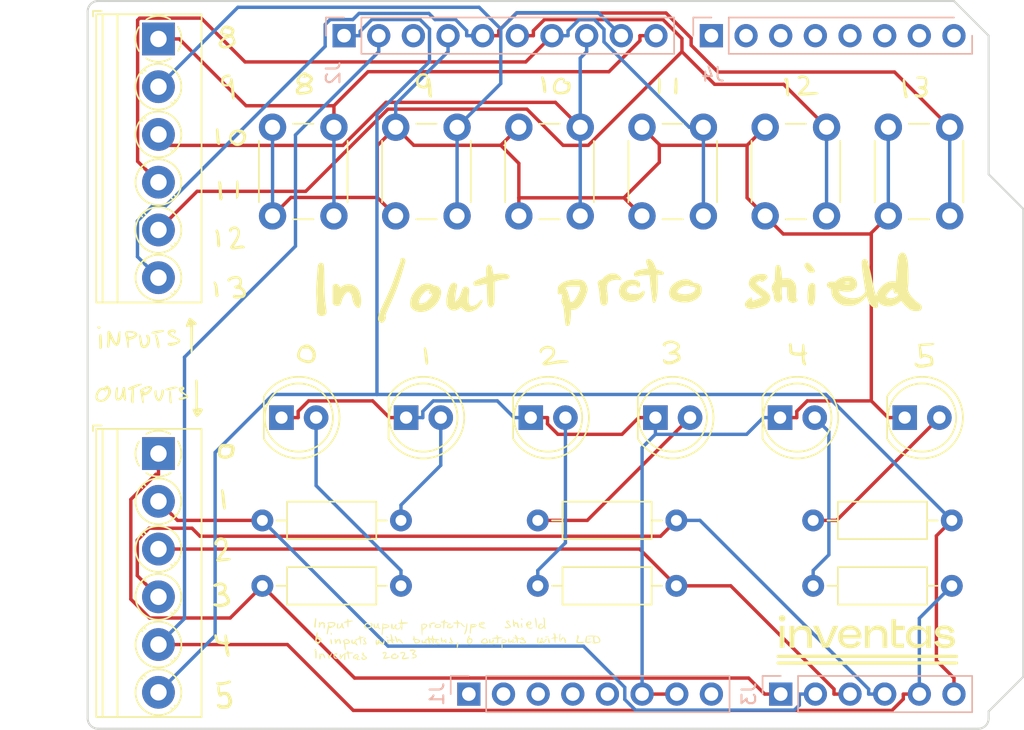
<source format=kicad_pcb>
(kicad_pcb (version 20221018) (generator pcbnew)
  (title_block (date "mar. 31 mars 2015"))
  (layers (0 "F.Cu" signal) (31 "B.Cu" signal) (34 "B.Paste" user) (35 "F.Paste" user) (36 "B.SilkS" user "B.Silkscreen") (37 "F.SilkS" user "F.Silkscreen") (38 "B.Mask" user) (39 "F.Mask" user) (44 "Edge.Cuts" user))
  (net 0 "")
  (net 1 "GND")
  (net 2 "+5V")
  (net 3 "/IOREF")
  (net 4 "/AREF")
  (net 5 "/7")
  (net 6 "/4")
  (net 7 "/2")
  (net 8 "/*6")
  (net 9 "/*5")
  (net 10 "/TX{slash}1")
  (net 11 "/*3")
  (net 12 "/RX{slash}0")
  (net 13 "+3V3")
  (net 14 "VCC")
  (net 15 "/~{RESET}")
  (net 16 "A0")
  (net 17 "Net-(D1-A)")
  (net 19 "A5")
  (net 20 "A4")
  (net 21 "A3")
  (net 22 "A2")
  (net 23 "A1")
  (net 24 "Net-(D2-A)")
  (net 25 "Net-(D3-A)")
  (net 26 "Net-(D4-A)")
  (net 27 "Net-(D5-A)")
  (net 28 "Net-(D6-A)")
  (net 29 "TD13")
  (net 30 "TD12")
  (net 31 "TD11")
  (net 32 "TD10")
  (net 33 "TD9")
  (net 34 "TD8")
  (footprint "Button_Switch_THT:SW_PUSH_6mm" (layer "F.Cu") (at 113.552 62.41 90)
    (fp_text reference "SW8" hide)
    (fp_text value "SW_Push")
    (pad "1" thru_hole circle (at 0 0 180) (size 2 2) (drill 1.1) (layers "*.Cu" "*.Mask") (net 1 "GND"))
    (pad "1" thru_hole circle (at 6.5 0 180) (size 2 2) (drill 1.1) (layers "*.Cu" "*.Mask") (net 1 "GND"))
    (pad "2" thru_hole circle (at 0 4.5 180) (size 2 2) (drill 1.1) (layers "*.Cu" "*.Mask") (net 34 "TD8"))
    (pad "2" thru_hole circle (at 6.5 4.5 180) (size 2 2) (drill 1.1) (layers "*.Cu" "*.Mask") (net 34 "TD8"))
  )
  (footprint "Button_Switch_THT:SW_PUSH_6mm" (layer "F.Cu") (at 140.633 62.41 90)
    (fp_text reference "SW11" hide)
    (fp_text value "SW_Push")
    (pad "1" thru_hole circle (at 0 0 180) (size 2 2) (drill 1.1) (layers "*.Cu" "*.Mask") (net 1 "GND"))
    (pad "1" thru_hole circle (at 6.5 0 180) (size 2 2) (drill 1.1) (layers "*.Cu" "*.Mask") (net 1 "GND"))
    (pad "2" thru_hole circle (at 0 4.5 180) (size 2 2) (drill 1.1) (layers "*.Cu" "*.Mask") (net 31 "TD11"))
    (pad "2" thru_hole circle (at 6.5 4.5 180) (size 2 2) (drill 1.1) (layers "*.Cu" "*.Mask") (net 31 "TD11"))
  )
  (footprint "Button_Switch_THT:SW_PUSH_6mm" (layer "F.Cu") (at 158.687 62.41 90)
    (fp_text reference "SW13" hide)
    (fp_text value "SW_Push")
    (pad "1" thru_hole circle (at 0 0 180) (size 2 2) (drill 1.1) (layers "*.Cu" "*.Mask") (net 1 "GND"))
    (pad "1" thru_hole circle (at 6.5 0 180) (size 2 2) (drill 1.1) (layers "*.Cu" "*.Mask") (net 1 "GND"))
    (pad "2" thru_hole circle (at 0 4.5 180) (size 2 2) (drill 1.1) (layers "*.Cu" "*.Mask") (net 29 "TD13"))
    (pad "2" thru_hole circle (at 6.5 4.5 180) (size 2 2) (drill 1.1) (layers "*.Cu" "*.Mask") (net 29 "TD13"))
  )
  (footprint "Resistor_THT:R_Axial_DIN0207_L6.3mm_D2.5mm_P10.16mm_Horizontal" (layer "F.Cu") (at 112.805 89.525)
    (fp_text reference "R1" hide)
    (fp_text value "R")
    (pad "1" thru_hole circle (at 0 0) (size 1.6 1.6) (drill 0.8) (layers "*.Cu" "*.Mask") (net 16 "A0"))
    (pad "2" thru_hole oval (at 10.16 0) (size 1.6 1.6) (drill 0.8) (layers "*.Cu" "*.Mask") (net 17 "Net-(D1-A)"))
  )
  (footprint "LED_THT:LED_D5.0mm" (layer "F.Cu") (at 159.89 77.195)
    (fp_text reference "D6" hide)
    (fp_text value "LED")
    (pad "1" thru_hole rect (at 0 0) (size 1.8 1.8) (drill 0.9) (layers "*.Cu" "*.Mask") (net 1 "GND"))
    (pad "2" thru_hole circle (at 2.54 0) (size 1.8 1.8) (drill 0.9) (layers "*.Cu" "*.Mask") (net 28 "Net-(D6-A)"))
  )
  (footprint "Button_Switch_THT:SW_PUSH_6mm" (layer "F.Cu") (at 131.606 62.41 90)
    (fp_text reference "SW10" hide)
    (fp_text value "SW_Push")
    (pad "1" thru_hole circle (at 0 0 180) (size 2 2) (drill 1.1) (layers "*.Cu" "*.Mask") (net 1 "GND"))
    (pad "1" thru_hole circle (at 6.5 0 180) (size 2 2) (drill 1.1) (layers "*.Cu" "*.Mask") (net 1 "GND"))
    (pad "2" thru_hole circle (at 0 4.5 180) (size 2 2) (drill 1.1) (layers "*.Cu" "*.Mask") (net 32 "TD10"))
    (pad "2" thru_hole circle (at 6.5 4.5 180) (size 2 2) (drill 1.1) (layers "*.Cu" "*.Mask") (net 32 "TD10"))
  )
  (footprint "Resistor_THT:R_Axial_DIN0207_L6.3mm_D2.5mm_P10.16mm_Horizontal" (layer "F.Cu") (at 143.1525 84.73 180)
    (fp_text reference "R4" hide)
    (fp_text value "R")
    (pad "1" thru_hole circle (at 0 0 180) (size 1.6 1.6) (drill 0.8) (layers "*.Cu" "*.Mask") (net 21 "A3"))
    (pad "2" thru_hole oval (at 10.16 0 180) (size 1.6 1.6) (drill 0.8) (layers "*.Cu" "*.Mask") (net 26 "Net-(D4-A)"))
  )
  (footprint "LED_THT:LED_D5.0mm" (layer "F.Cu") (at 123.342 77.195)
    (fp_text reference "D2" hide)
    (fp_text value "LED")
    (pad "1" thru_hole rect (at 0 0) (size 1.8 1.8) (drill 0.9) (layers "*.Cu" "*.Mask") (net 1 "GND"))
    (pad "2" thru_hole circle (at 2.54 0) (size 1.8 1.8) (drill 0.9) (layers "*.Cu" "*.Mask") (net 24 "Net-(D2-A)"))
  )
  (footprint "LED_THT:LED_D5.0mm" (layer "F.Cu") (at 132.479 77.195)
    (fp_text reference "D3" hide)
    (fp_text value "LED")
    (pad "1" thru_hole rect (at 0 0) (size 1.8 1.8) (drill 0.9) (layers "*.Cu" "*.Mask") (net 1 "GND"))
    (pad "2" thru_hole circle (at 2.54 0) (size 1.8 1.8) (drill 0.9) (layers "*.Cu" "*.Mask") (net 25 "Net-(D3-A)"))
  )
  (footprint "LOGO" (layer "F.Cu") (at 157.277 93.726)
    (fp_text reference "G002" hide)
    (fp_text value "LOGO" hide)
  )
  (footprint "Resistor_THT:R_Axial_DIN0207_L6.3mm_D2.5mm_P10.16mm_Horizontal" (layer "F.Cu") (at 143.1525 89.525 180)
    (fp_text reference "R3" hide)
    (fp_text value "R")
    (pad "1" thru_hole circle (at 0 0 180) (size 1.6 1.6) (drill 0.8) (layers "*.Cu" "*.Mask") (net 22 "A2"))
    (pad "2" thru_hole oval (at 10.16 0 180) (size 1.6 1.6) (drill 0.8) (layers "*.Cu" "*.Mask") (net 25 "Net-(D3-A)"))
  )
  (footprint "Resistor_THT:R_Axial_DIN0207_L6.3mm_D2.5mm_P10.16mm_Horizontal" (layer "F.Cu") (at 163.34 89.525 180)
    (fp_text reference "R5" hide)
    (fp_text value "R")
    (pad "1" thru_hole circle (at 0 0 180) (size 1.6 1.6) (drill 0.8) (layers "*.Cu" "*.Mask") (net 20 "A4"))
    (pad "2" thru_hole oval (at 10.16 0 180) (size 1.6 1.6) (drill 0.8) (layers "*.Cu" "*.Mask") (net 27 "Net-(D5-A)"))
  )
  (footprint "Arduino_MountingHole:MountingHole_3.2mm" (layer "F.Cu") (at 115.24 49.2)
    (fp_text reference "MH1" hide)
    (fp_text value "MountingHole_3.2mm" hide)
    (pad "" np_thru_hole circle locked (at 0 0) (size 3.2 3.2) (drill 3.2) (layers "*.Cu" "*.Mask"))
  )
  (footprint "Button_Switch_THT:SW_PUSH_6mm" (layer "F.Cu") (at 122.579 62.41 90)
    (fp_text reference "SW9" hide)
    (fp_text value "SW_Push")
    (pad "1" thru_hole circle (at 0 0 180) (size 2 2) (drill 1.1) (layers "*.Cu" "*.Mask") (net 1 "GND"))
    (pad "1" thru_hole circle (at 6.5 0 180) (size 2 2) (drill 1.1) (layers "*.Cu" "*.Mask") (net 1 "GND"))
    (pad "2" thru_hole circle (at 0 4.5 180) (size 2 2) (drill 1.1) (layers "*.Cu" "*.Mask") (net 33 "TD9"))
    (pad "2" thru_hole circle (at 6.5 4.5 180) (size 2 2) (drill 1.1) (layers "*.Cu" "*.Mask") (net 33 "TD9"))
  )
  (footprint "LED_THT:LED_D5.0mm" (layer "F.Cu") (at 114.205 77.195)
    (fp_text reference "D1" hide)
    (fp_text value "LED")
    (pad "1" thru_hole rect (at 0 0) (size 1.8 1.8) (drill 0.9) (layers "*.Cu" "*.Mask") (net 1 "GND"))
    (pad "2" thru_hole circle (at 2.54 0) (size 1.8 1.8) (drill 0.9) (layers "*.Cu" "*.Mask") (net 17 "Net-(D1-A)"))
  )
  (footprint "LOGO" (layer "F.Cu") (at 130.48 73.66)
    (fp_text reference "G001" hide)
    (fp_text value "LOGO" hide)
  )
  (footprint "Resistor_THT:R_Axial_DIN0207_L6.3mm_D2.5mm_P10.16mm_Horizontal" (layer "F.Cu") (at 163.34 84.73 180)
    (fp_text reference "R6" hide)
    (fp_text value "R")
    (pad "1" thru_hole circle (at 0 0 180) (size 1.6 1.6) (drill 0.8) (layers "*.Cu" "*.Mask") (net 19 "A5"))
    (pad "2" thru_hole oval (at 10.16 0 180) (size 1.6 1.6) (drill 0.8) (layers "*.Cu" "*.Mask") (net 28 "Net-(D6-A)"))
  )
  (footprint "Button_Switch_THT:SW_PUSH_6mm" (layer "F.Cu") (at 149.66 62.41 90)
    (fp_text reference "SW12" hide)
    (fp_text value "SW_Push")
    (pad "1" thru_hole circle (at 0 0 180) (size 2 2) (drill 1.1) (layers "*.Cu" "*.Mask") (net 1 "GND"))
    (pad "1" thru_hole circle (at 6.5 0 180) (size 2 2) (drill 1.1) (layers "*.Cu" "*.Mask") (net 1 "GND"))
    (pad "2" thru_hole circle (at 0 4.5 180) (size 2 2) (drill 1.1) (layers "*.Cu" "*.Mask") (net 30 "TD12"))
    (pad "2" thru_hole circle (at 6.5 4.5 180) (size 2 2) (drill 1.1) (layers "*.Cu" "*.Mask") (net 30 "TD12"))
  )
  (footprint "TerminalBlock_Phoenix:TerminalBlock_Phoenix_PT-1,5-6-3.5-H_1x06_P3.50mm_Horizontal" (layer "F.Cu") (at 105.19 49.44 -90)
    (fp_text reference "J6" hide)
    (fp_text value "Screw_Terminal_01x06")
    (pad "1" thru_hole rect (at 0 0 270) (size 2.4 2.4) (drill 1.2) (layers "*.Cu" "*.Mask") (net 34 "TD8"))
    (pad "2" thru_hole circle (at 3.5 0 270) (size 2.4 2.4) (drill 1.2) (layers "*.Cu" "*.Mask") (net 33 "TD9"))
    (pad "3" thru_hole circle (at 7 0 270) (size 2.4 2.4) (drill 1.2) (layers "*.Cu" "*.Mask") (net 32 "TD10"))
    (pad "4" thru_hole circle (at 10.5 0 270) (size 2.4 2.4) (drill 1.2) (layers "*.Cu" "*.Mask") (net 31 "TD11"))
    (pad "5" thru_hole circle (at 14 0 270) (size 2.4 2.4) (drill 1.2) (layers "*.Cu" "*.Mask") (net 30 "TD12"))
    (pad "6" thru_hole circle (at 17.5 0 270) (size 2.4 2.4) (drill 1.2) (layers "*.Cu" "*.Mask") (net 29 "TD13"))
  )
  (footprint "Resistor_THT:R_Axial_DIN0207_L6.3mm_D2.5mm_P10.16mm_Horizontal" (layer "F.Cu") (at 112.805 84.73)
    (fp_text reference "R2" hide)
    (fp_text value "R")
    (pad "1" thru_hole circle (at 0 0) (size 1.6 1.6) (drill 0.8) (layers "*.Cu" "*.Mask") (net 23 "A1"))
    (pad "2" thru_hole oval (at 10.16 0) (size 1.6 1.6) (drill 0.8) (layers "*.Cu" "*.Mask") (net 24 "Net-(D2-A)"))
  )
  (footprint "TerminalBlock_Phoenix:TerminalBlock_Phoenix_PT-1,5-6-3.5-H_1x06_P3.50mm_Horizontal" (layer "F.Cu") (at 105.19 79.83 -90)
    (fp_text reference "J5" hide)
    (fp_text value "Screw_Terminal_01x06")
    (pad "1" thru_hole rect (at 0 0 270) (size 2.4 2.4) (drill 1.2) (layers "*.Cu" "*.Mask") (net 16 "A0"))
    (pad "2" thru_hole circle (at 3.5 0 270) (size 2.4 2.4) (drill 1.2) (layers "*.Cu" "*.Mask") (net 23 "A1"))
    (pad "3" thru_hole circle (at 7 0 270) (size 2.4 2.4) (drill 1.2) (layers "*.Cu" "*.Mask") (net 22 "A2"))
    (pad "4" thru_hole circle (at 10.5 0 270) (size 2.4 2.4) (drill 1.2) (layers "*.Cu" "*.Mask") (net 21 "A3"))
    (pad "5" thru_hole circle (at 14 0 270) (size 2.4 2.4) (drill 1.2) (layers "*.Cu" "*.Mask") (net 20 "A4"))
    (pad "6" thru_hole circle (at 17.5 0 270) (size 2.4 2.4) (drill 1.2) (layers "*.Cu" "*.Mask") (net 19 "A5"))
  )
  (footprint "LED_THT:LED_D5.0mm" (layer "F.Cu") (at 141.616 77.195)
    (fp_text reference "D4" hide)
    (fp_text value "LED")
    (pad "1" thru_hole rect (at 0 0) (size 1.8 1.8) (drill 0.9) (layers "*.Cu" "*.Mask") (net 1 "GND"))
    (pad "2" thru_hole circle (at 2.54 0) (size 1.8 1.8) (drill 0.9) (layers "*.Cu" "*.Mask") (net 26 "Net-(D4-A)"))
  )
  (footprint "Arduino_MountingHole:MountingHole_3.2mm" (layer "F.Cu") (at 113.97 97.46)
    (fp_text reference "MH2" hide)
    (fp_text value "MountingHole_3.2mm" hide)
    (pad "" np_thru_hole circle locked (at 0 0) (size 3.2 3.2) (drill 3.2) (layers "*.Cu" "*.Mask"))
  )
  (footprint "Arduino_MountingHole:MountingHole_3.2mm" (layer "F.Cu") (at 166.04 92.38)
    (fp_text reference "MH4" hide)
    (fp_text value "MountingHole_3.2mm" hide)
    (pad "" np_thru_hole circle locked (at 0 0) (size 3.2 3.2) (drill 3.2) (layers "*.Cu" "*.Mask"))
  )
  (footprint "LED_THT:LED_D5.0mm" (layer "F.Cu") (at 150.753 77.195)
    (fp_text reference "D5" hide)
    (fp_text value "LED")
    (pad "1" thru_hole rect (at 0 0) (size 1.8 1.8) (drill 0.9) (layers "*.Cu" "*.Mask") (net 1 "GND"))
    (pad "2" thru_hole circle (at 2.54 0) (size 1.8 1.8) (drill 0.9) (layers "*.Cu" "*.Mask") (net 27 "Net-(D5-A)"))
  )
  (footprint "Connector_PinHeader_2.54mm:PinHeader_1x06_P2.54mm_Vertical" (layer "B.Cu") (at 150.8 97.46 -90)
    (fp_text reference "J3" (at 0 2.33 90) (layer "B.SilkS") (effects (justify mirror)))
    (fp_text value "Analog")
    (pad "1" thru_hole rect locked (at 0 0 270) (size 1.7 1.7) (drill 1) (layers "*.Cu" "*.Mask") (net 16 "A0"))
    (pad "2" thru_hole oval locked (at 0 -2.54 270) (size 1.7 1.7) (drill 1) (layers "*.Cu" "*.Mask") (net 23 "A1"))
    (pad "3" thru_hole oval locked (at 0 -5.08 270) (size 1.7 1.7) (drill 1) (layers "*.Cu" "*.Mask") (net 22 "A2"))
    (pad "4" thru_hole oval locked (at 0 -7.62 270) (size 1.7 1.7) (drill 1) (layers "*.Cu" "*.Mask") (net 21 "A3"))
    (pad "5" thru_hole oval locked (at 0 -10.16 270) (size 1.7 1.7) (drill 1) (layers "*.Cu" "*.Mask") (net 20 "A4"))
    (pad "6" thru_hole oval locked (at 0 -12.7 270) (size 1.7 1.7) (drill 1) (layers "*.Cu" "*.Mask") (net 19 "A5"))
  )
  (footprint "Connector_PinHeader_2.54mm:PinHeader_1x10_P2.54mm_Vertical" (layer "B.Cu") (at 118.796 49.2 -90)
    (fp_text reference "J2" (at 2.74 0.796 90) (layer "B.SilkS") (effects (justify mirror)))
    (fp_text value "Digital/PWM")
    (pad "1" thru_hole rect (at 0 0 270) (size 1.7 1.7) (drill 1) (layers "*.Cu" "*.Mask") (net 19 "A5"))
    (pad "2" thru_hole oval (at 0 -2.54 270) (size 1.7 1.7) (drill 1) (layers "*.Cu" "*.Mask") (net 20 "A4"))
    (pad "3" thru_hole oval (at 0 -5.08 270) (size 1.7 1.7) (drill 1) (layers "*.Cu" "*.Mask") (net 4 "/AREF"))
    (pad "4" thru_hole oval (at 0 -7.62 270) (size 1.7 1.7) (drill 1) (layers "*.Cu" "*.Mask") (net 1 "GND"))
    (pad "5" thru_hole oval (at 0 -10.16 270) (size 1.7 1.7) (drill 1) (layers "*.Cu" "*.Mask") (net 29 "TD13"))
    (pad "6" thru_hole oval (at 0 -12.7 270) (size 1.7 1.7) (drill 1) (layers "*.Cu" "*.Mask") (net 30 "TD12"))
    (pad "7" thru_hole oval (at 0 -15.24 270) (size 1.7 1.7) (drill 1) (layers "*.Cu" "*.Mask") (net 31 "TD11"))
    (pad "8" thru_hole oval (at 0 -17.78 270) (size 1.7 1.7) (drill 1) (layers "*.Cu" "*.Mask") (net 32 "TD10"))
    (pad "9" thru_hole oval (at 0 -20.32 270) (size 1.7 1.7) (drill 1) (layers "*.Cu" "*.Mask") (net 33 "TD9"))
    (pad "10" thru_hole oval (at 0 -22.86 270) (size 1.7 1.7) (drill 1) (layers "*.Cu" "*.Mask") (net 34 "TD8"))
  )
  (footprint "Connector_PinHeader_2.54mm:PinHeader_1x08_P2.54mm_Vertical" (layer "B.Cu") (at 145.72 49.2 -90)
    (fp_text reference "J4" (at 2.84 -0.12 180) (layer "B.SilkS") (effects (justify mirror)))
    (fp_text value "Digital/PWM")
    (pad "1" thru_hole rect (at 0 0 270) (size 1.7 1.7) (drill 1) (layers "*.Cu" "*.Mask") (net 5 "/7"))
    (pad "2" thru_hole oval (at 0 -2.54 270) (size 1.7 1.7) (drill 1) (layers "*.Cu" "*.Mask") (net 8 "/*6"))
    (pad "3" thru_hole oval (at 0 -5.08 270) (size 1.7 1.7) (drill 1) (layers "*.Cu" "*.Mask") (net 9 "/*5"))
    (pad "4" thru_hole oval (at 0 -7.62 270) (size 1.7 1.7) (drill 1) (layers "*.Cu" "*.Mask") (net 6 "/4"))
    (pad "5" thru_hole oval (at 0 -10.16 270) (size 1.7 1.7) (drill 1) (layers "*.Cu" "*.Mask") (net 11 "/*3"))
    (pad "6" thru_hole oval (at 0 -12.7 270) (size 1.7 1.7) (drill 1) (layers "*.Cu" "*.Mask") (net 7 "/2"))
    (pad "7" thru_hole oval (at 0 -15.24 270) (size 1.7 1.7) (drill 1) (layers "*.Cu" "*.Mask") (net 10 "/TX{slash}1"))
    (pad "8" thru_hole oval (at 0 -17.78 270) (size 1.7 1.7) (drill 1) (layers "*.Cu" "*.Mask") (net 12 "/RX{slash}0"))
  )
  (footprint "Connector_PinHeader_2.54mm:PinHeader_1x08_P2.54mm_Vertical" (layer "B.Cu") (at 127.94 97.46 -90)
    (fp_text reference "J1" (at 0 2.33 90) (layer "B.SilkS") (effects (justify mirror)))
    (fp_text value "Power")
    (pad "1" thru_hole rect (at 0 0 270) (size 1.7 1.7) (drill 1) (layers "*.Cu" "*.Mask"))
    (pad "2" thru_hole oval (at 0 -2.54 270) (size 1.7 1.7) (drill 1) (layers "*.Cu" "*.Mask") (net 3 "/IOREF"))
    (pad "3" thru_hole oval (at 0 -5.08 270) (size 1.7 1.7) (drill 1) (layers "*.Cu" "*.Mask") (net 15 "/~{RESET}"))
    (pad "4" thru_hole oval (at 0 -7.62 270) (size 1.7 1.7) (drill 1) (layers "*.Cu" "*.Mask") (net 13 "+3V3"))
    (pad "5" thru_hole oval (at 0 -10.16 270) (size 1.7 1.7) (drill 1) (layers "*.Cu" "*.Mask") (net 2 "+5V"))
    (pad "6" thru_hole oval (at 0 -12.7 270) (size 1.7 1.7) (drill 1) (layers "*.Cu" "*.Mask") (net 1 "GND"))
    (pad "7" thru_hole oval (at 0 -15.24 270) (size 1.7 1.7) (drill 1) (layers "*.Cu" "*.Mask") (net 1 "GND"))
    (pad "8" thru_hole oval (at 0 -17.78 270) (size 1.7 1.7) (drill 1) (layers "*.Cu" "*.Mask") (net 14 "VCC"))
  )
  (gr_line (start 166.04 59.36) (end 168.58 61.9) (stroke (width 0.15)) (layer "Edge.Cuts"))
  (gr_line (start 100 99.238) (end 100 47.422) (stroke (width 0.15)) (layer "Edge.Cuts"))
  (gr_line (start 168.58 61.9) (end 168.58 96.19) (stroke (width 0.15)) (layer "Edge.Cuts"))
  (gr_line (start 165.278 100) (end 100.762 100) (stroke (width 0.15)) (layer "Edge.Cuts"))
  (gr_line (start 100.762 46.66) (end 163.5 46.66) (stroke (width 0.15)) (layer "Edge.Cuts"))
  (gr_arc (start 100.762 100) (mid 100.223185 99.776815) (end 100 99.238) (stroke (width 0.15)) (layer "Edge.Cuts"))
  (gr_line (start 168.58 96.19) (end 166.04 98.73) (stroke (width 0.15)) (layer "Edge.Cuts"))
  (gr_line (start 163.5 46.66) (end 166.04 49.2) (stroke (width 0.15)) (layer "Edge.Cuts"))
  (gr_arc (start 166.04 99.238) (mid 165.816815 99.776815) (end 165.278 100) (stroke (width 0.15)) (layer "Edge.Cuts"))
  (gr_line (start 166.04 49.2) (end 166.04 59.36) (stroke (width 0.15)) (layer "Edge.Cuts"))
  (gr_line (start 166.04 98.73) (end 166.04 99.238) (stroke (width 0.15)) (layer "Edge.Cuts"))
  (gr_arc (start 100 47.422) (mid 100.223185 46.883185) (end 100.762 46.66) (stroke (width 0.15)) (layer "Edge.Cuts"))
  (segment (start 123.9042 57.2352) (end 122.579 55.91) (width 0.25) (layer "F.Cu") (net 1))
  (segment (start 140.3909 77.195) (end 139.1658 78.4201) (width 0.25) (layer "F.Cu") (net 1))
  (segment (start 116.1957 75.9699) (end 115.4301 76.7355) (width 0.25) (layer "F.Cu") (net 1))
  (segment (start 148.3348 57.2352) (end 149.66 55.91) (width 0.25) (layer "F.Cu") (net 1))
  (segment (start 141.9019 57.2352) (end 148.3348 57.2352) (width 0.25) (layer "F.Cu") (net 1))
  (segment (start 148.3348 61.0848) (end 149.66 62.41) (width 0.25) (layer "F.Cu") (net 1))
  (segment (start 120.8918 75.9699) (end 116.1957 75.9699) (width 0.25) (layer "F.Cu") (net 1))
  (segment (start 122.1169 77.195) (end 120.8918 75.9699) (width 0.25) (layer "F.Cu") (net 1))
  (segment (start 131.606 61.0848) (end 131.606 62.41) (width 0.25) (layer "F.Cu") (net 1))
  (segment (start 141.9019 57.2352) (end 141.9019 58.4907) (width 0.25) (layer "F.Cu") (net 1))
  (segment (start 130.2808 57.2352) (end 123.9042 57.2352) (width 0.25) (layer "F.Cu") (net 1))
  (segment (start 157.4398 63.7352) (end 157.4398 63.6572) (width 0.25) (layer "F.Cu") (net 1))
  (segment (start 123.342 77.195) (end 122.1169 77.195) (width 0.25) (layer "F.Cu") (net 1))
  (segment (start 140.633 55.91) (end 141.9019 57.1789) (width 0.25) (layer "F.Cu") (net 1))
  (segment (start 121.2279 61.0589) (end 114.9031 61.0589) (width 0.25) (layer "F.Cu") (net 1))
  (segment (start 140.633 62.41) (end 139.3078 61.0848) (width 0.25) (layer "F.Cu") (net 1))
  (segment (start 151.9781 77.195) (end 151.9781 76.7356) (width 0.25) (layer "F.Cu") (net 1))
  (segment (start 131.606 58.5604) (end 131.606 61.0848) (width 0.25) (layer "F.Cu") (net 1))
  (segment (start 151.9781 76.7356) (end 152.7438 75.9699) (width 0.25) (layer "F.Cu") (net 1))
  (segment (start 131.606 55.91) (end 130.2808 57.2352) (width 0.25) (layer "F.Cu") (net 1))
  (segment (start 157.4398 75.9699) (end 158.6649 77.195) (width 0.25) (layer "F.Cu") (net 1))
  (segment (start 139.1658 78.4201) (end 134.4697 78.4201) (width 0.25) (layer "F.Cu") (net 1))
  (segment (start 132.479 77.195) (end 133.7041 77.195) (width 0.25) (layer "F.Cu") (net 1))
  (segment (start 141.9019 57.1789) (end 141.9019 57.2352) (width 0.25) (layer "F.Cu") (net 1))
  (segment (start 149.66 62.41) (end 150.9852 63.7352) (width 0.25) (layer "F.Cu") (net 1))
  (segment (start 134.4697 78.4201) (end 133.7041 77.6545) (width 0.25) (layer "F.Cu") (net 1))
  (segment (start 114.205 77.195) (end 115.4301 77.195) (width 0.25) (layer "F.Cu") (net 1))
  (segment (start 122.579 55.91) (end 121.2279 57.2611) (width 0.25) (layer "F.Cu") (net 1))
  (segment (start 141.616 77.195) (end 140.3909 77.195) (width 0.25) (layer "F.Cu") (net 1))
  (segment (start 143.18 97.46) (end 140.64 97.46) (width 0.25) (layer "F.Cu") (net 1))
  (segment (start 157.4398 75.9699) (end 157.4398 63.7352) (width 0.25) (layer "F.Cu") (net 1))
  (segment (start 157.4398 63.6572) (end 158.687 62.41) (width 0.25) (layer "F.Cu") (net 1))
  (segment (start 130.2808 57.2352) (end 131.606 58.5604) (width 0.25) (layer "F.Cu") (net 1))
  (segment (start 150.9852 63.7352) (end 157.4398 63.7352) (width 0.25) (layer "F.Cu") (net 1))
  (segment (start 139.3078 61.0848) (end 131.606 61.0848) (width 0.25) (layer "F.Cu") (net 1))
  (segment (start 133.7041 77.6545) (end 133.7041 77.195) (width 0.25) (layer "F.Cu") (net 1))
  (segment (start 115.4301 76.7355) (end 115.4301 77.195) (width 0.25) (layer "F.Cu") (net 1))
  (segment (start 114.9031 61.0589) (end 113.552 62.41) (width 0.25) (layer "F.Cu") (net 1))
  (segment (start 152.7438 75.9699) (end 157.4398 75.9699) (width 0.25) (layer "F.Cu") (net 1))
  (segment (start 122.579 62.41) (end 121.2279 61.0589) (width 0.25) (layer "F.Cu") (net 1))
  (segment (start 121.2279 57.2611) (end 121.2279 61.0589) (width 0.25) (layer "F.Cu") (net 1))
  (segment (start 159.89 77.195) (end 158.6649 77.195) (width 0.25) (layer "F.Cu") (net 1))
  (segment (start 141.9019 58.4907) (end 139.3078 61.0848) (width 0.25) (layer "F.Cu") (net 1))
  (segment (start 148.3348 57.2352) (end 148.3348 61.0848) (width 0.25) (layer "F.Cu") (net 1))
  (segment (start 150.753 77.195) (end 151.9781 77.195) (width 0.25) (layer "F.Cu") (net 1))
  (segment (start 122.579 54.2121) (end 126.416 50.3751) (width 0.25) (layer "B.Cu") (net 1))
  (segment (start 130.0288 75.9699) (end 131.2539 77.195) (width 0.25) (layer "B.Cu") (net 1))
  (segment (start 148.3028 78.4201) (end 149.5279 77.195) (width 0.25) (layer "B.Cu") (net 1))
  (segment (start 113.552 55.91) (end 113.552 62.41) (width 0.25) (layer "B.Cu") (net 1))
  (segment (start 141.616 77.195) (end 141.616 78.4201) (width 0.25) (layer "B.Cu") (net 1))
  (segment (start 126.416 49.2) (end 126.416 50.3751) (width 0.25) (layer "B.Cu") (net 1))
  (segment (start 124.5671 77.195) (end 124.5671 76.7356) (width 0.25) (layer "B.Cu") (net 1))
  (segment (start 140.64 79.3961) (end 141.616 78.4201) (width 0.25) (layer "B.Cu") (net 1))
  (segment (start 140.64 97.46) (end 140.64 96.2849) (width 0.25) (layer "B.Cu") (net 1))
  (segment (start 122.579 55.91) (end 122.579 54.2121) (width 0.25) (layer "B.Cu") (net 1))
  (segment (start 141.616 78.4201) (end 148.3028 78.4201) (width 0.25) (layer "B.Cu") (net 1))
  (segment (start 125.3328 75.9699) (end 130.0288 75.9699) (width 0.25) (layer "B.Cu") (net 1))
  (segment (start 132.479 77.195) (end 131.2539 77.195) (width 0.25) (layer "B.Cu") (net 1))
  (segment (start 140.64 96.2849) (end 140.64 79.3961) (width 0.25) (layer "B.Cu") (net 1))
  (segment (start 158.687 55.91) (end 158.687 62.41) (width 0.25) (layer "B.Cu") (net 1))
  (segment (start 123.342 77.195) (end 124.5671 77.195) (width 0.25) (layer "B.Cu") (net 1))
  (segment (start 124.5671 76.7356) (end 125.3328 75.9699) (width 0.25) (layer "B.Cu") (net 1))
  (segment (start 150.753 77.195) (end 149.5279 77.195) (width 0.25) (layer "B.Cu") (net 1))
  (segment (start 150.8 97.46) (end 149.6249 97.46) (width 0.25) (layer "F.Cu") (net 16))
  (segment (start 103.1647 90.505) (end 104.5428 91.8831) (width 0.25) (layer "F.Cu") (net 16))
  (segment (start 105.19 81.3551) (end 104.9994 81.3551) (width 0.25) (layer "F.Cu") (net 16))
  (segment (start 148.4498 96.2849) (end 119.5649 96.2849) (width 0.25) (layer "F.Cu") (net 16))
  (segment (start 104.5428 91.8831) (end 110.4469 91.8831) (width 0.25) (layer "F.Cu") (net 16))
  (segment (start 104.9994 81.3551) (end 103.1647 83.1898) (width 0.25) (layer "F.Cu") (net 16))
  (segment (start 119.5649 96.2849) (end 112.805 89.525) (width 0.25) (layer "F.Cu") (net 16))
  (segment (start 105.19 79.83) (end 105.19 81.3551) (width 0.25) (layer "F.Cu") (net 16))
  (segment (start 149.6249 97.46) (end 148.4498 96.2849) (width 0.25) (layer "F.Cu") (net 16))
  (segment (start 103.1647 83.1898) (end 103.1647 90.505) (width 0.25) (layer "F.Cu") (net 16))
  (segment (start 110.4469 91.8831) (end 112.805 89.525) (width 0.25) (layer "F.Cu") (net 16))
  (segment (start 122.965 89.525) (end 122.965 88.3999) (width 0.25) (layer "B.Cu") (net 17))
  (segment (start 116.745 77.195) (end 116.745 82.1799) (width 0.25) (layer "B.Cu") (net 17))
  (segment (start 116.745 82.1799) (end 122.965 88.3999) (width 0.25) (layer "B.Cu") (net 17))
  (segment (start 162.2105 85.8595) (end 162.2105 94.9954) (width 0.25) (layer "F.Cu") (net 19))
  (segment (start 163.5 97.46) (end 163.5 96.2849) (width 0.25) (layer "F.Cu") (net 19))
  (segment (start 162.2105 94.9954) (end 163.5 96.2849) (width 0.25) (layer "F.Cu") (net 19))
  (segment (start 163.34 84.73) (end 162.2105 85.8595) (width 0.25) (layer "F.Cu") (net 19))
  (segment (start 120.8323 48.0198) (end 124.3638 48.0198) (width 0.25) (layer "B.Cu") (net 19))
  (segment (start 154.1091 75.4991) (end 163.34 84.73) (width 0.25) (layer "B.Cu") (net 19))
  (segment (start 125.0561 48.7121) (end 125.0561 51.0983) (width 0.25) (layer "B.Cu") (net 19))
  (segment (start 118.796 49.2) (end 119.9711 49.2) (width 0.25) (layer "B.Cu") (net 19))
  (segment (start 121.2044 54.95) (end 121.2044 75.4991) (width 0.25) (layer "B.Cu") (net 19))
  (segment (start 119.9711 49.2) (end 119.9711 48.881) (width 0.25) (layer "B.Cu") (net 19))
  (segment (start 124.3638 48.0198) (end 125.0561 48.7121) (width 0.25) (layer "B.Cu") (net 19))
  (segment (start 113.5938 75.4991) (end 121.2044 75.4991) (width 0.25) (layer "B.Cu") (net 19))
  (segment (start 109.3442 93.1758) (end 109.3442 79.7487) (width 0.25) (layer "B.Cu") (net 19))
  (segment (start 125.0561 51.0983) (end 121.2044 54.95) (width 0.25) (layer "B.Cu") (net 19))
  (segment (start 119.9711 48.881) (end 120.8323 48.0198) (width 0.25) (layer "B.Cu") (net 19))
  (segment (start 105.19 97.33) (end 109.3442 93.1758) (width 0.25) (layer "B.Cu") (net 19))
  (segment (start 109.3442 79.7487) (end 113.5938 75.4991) (width 0.25) (layer "B.Cu") (net 19))
  (segment (start 121.2044 75.4991) (end 154.1091 75.4991) (width 0.25) (layer "B.Cu") (net 19))
  (segment (start 160.96 97.46) (end 159.7849 97.46) (width 0.25) (layer "F.Cu") (net 20))
  (segment (start 159.7849 97.8252) (end 159.7849 97.46) (width 0.25) (layer "F.Cu") (net 20))
  (segment (start 119.4711 98.6567) (end 158.9534 98.6567) (width 0.25) (layer "F.Cu") (net 20))
  (segment (start 158.9534 98.6567) (end 159.7849 97.8252) (width 0.25) (layer "F.Cu") (net 20))
  (segment (start 114.6444 93.83) (end 119.4711 98.6567) (width 0.25) (layer "F.Cu") (net 20))
  (segment (start 105.19 93.83) (end 114.6444 93.83) (width 0.25) (layer "F.Cu") (net 20))
  (segment (start 107.0993 72.7634) (end 107.0993 91.9207) (width 0.25) (layer "B.Cu") (net 20))
  (segment (start 121.336 50.3751) (end 115.233 56.4781) (width 0.25) (layer "B.Cu") (net 20))
  (segment (start 160.96 97.46) (end 160.96 91.905) (width 0.25) (layer "B.Cu") (net 20))
  (segment (start 107.0993 91.9207) (end 105.19 93.83) (width 0.25) (layer "B.Cu") (net 20))
  (segment (start 121.336 49.2) (end 121.336 50.3751) (width 0.25) (layer "B.Cu") (net 20))
  (segment (start 115.233 56.4781) (end 115.233 64.6297) (width 0.25) (layer "B.Cu") (net 20))
  (segment (start 160.96 91.905) (end 163.34 89.525) (width 0.25) (layer "B.Cu") (net 20))
  (segment (start 115.233 64.6297) (end 107.0993 72.7634) (width 0.25) (layer "B.Cu") (net 20))
  (segment (start 108.2348 85.89) (end 141.9925 85.89) (width 0.25) (layer "F.Cu") (net 21))
  (segment (start 104.5113 85.3042) (end 107.649 85.3042) (width 0.25) (layer "F.Cu") (net 21))
  (segment (start 103.6384 86.1771) (end 104.5113 85.3042) (width 0.25) (layer "F.Cu") (net 21))
  (segment (start 141.9925 85.89) (end 143.1525 84.73) (width 0.25) (layer "F.Cu") (net 21))
  (segment (start 107.649 85.3042) (end 108.2348 85.89) (width 0.25) (layer "F.Cu") (net 21))
  (segment (start 105.19 90.33) (end 103.6384 88.7784) (width 0.25) (layer "F.Cu") (net 21))
  (segment (start 103.6384 88.7784) (end 103.6384 86.1771) (width 0.25) (layer "F.Cu") (net 21))
  (segment (start 157.2449 97.46) (end 157.2449 97.0928) (width 0.25) (layer "B.Cu") (net 21))
  (segment (start 144.8821 84.73) (end 143.1525 84.73) (width 0.25) (layer "B.Cu") (net 21))
  (segment (start 157.2449 97.0928) (end 144.8821 84.73) (width 0.25) (layer "B.Cu") (net 21))
  (segment (start 158.42 97.46) (end 157.2449 97.46) (width 0.25) (layer "B.Cu") (net 21))
  (segment (start 154.7049 97.0928) (end 147.1371 89.525) (width 0.25) (layer "F.Cu") (net 22))
  (segment (start 154.7049 97.46) (end 154.7049 97.0928) (width 0.25) (layer "F.Cu") (net 22))
  (segment (start 155.88 97.46) (end 154.7049 97.46) (width 0.25) (layer "F.Cu") (net 22))
  (segment (start 140.4575 86.83) (end 105.19 86.83) (width 0.25) (layer "F.Cu") (net 22))
  (segment (start 143.1525 89.525) (end 140.4575 86.83) (width 0.25) (layer "F.Cu") (net 22))
  (segment (start 147.1371 89.525) (end 143.1525 89.525) (width 0.25) (layer "F.Cu") (net 22))
  (segment (start 106.59 84.73) (end 105.19 83.33) (width 0.25) (layer "F.Cu") (net 23))
  (segment (start 112.805 84.73) (end 106.59 84.73) (width 0.25) (layer "F.Cu") (net 23))
  (segment (start 122.0198 93.9448) (end 112.805 84.73) (width 0.25) (layer "B.Cu") (net 23))
  (segment (start 139.37 96.9714) (end 136.3434 93.9448) (width 0.25) (layer "B.Cu") (net 23))
  (segment (start 153.34 97.46) (end 152.1649 97.46) (width 0.25) (layer "B.Cu") (net 23))
  (segment (start 139.37 97.8541) (end 139.37 96.9714) (width 0.25) (layer "B.Cu") (net 23))
  (segment (start 136.3434 93.9448) (end 122.0198 93.9448) (width 0.25) (layer "B.Cu") (net 23))
  (segment (start 151.7976 98.6352) (end 140.1511 98.6352) (width 0.25) (layer "B.Cu") (net 23))
  (segment (start 152.1649 97.46) (end 152.1649 98.2679) (width 0.25) (layer "B.Cu") (net 23))
  (segment (start 140.1511 98.6352) (end 139.37 97.8541) (width 0.25) (layer "B.Cu") (net 23))
  (segment (start 152.1649 98.2679) (end 151.7976 98.6352) (width 0.25) (layer "B.Cu") (net 23))
  (segment (start 125.882 80.6879) (end 122.965 83.6049) (width 0.25) (layer "B.Cu") (net 24))
  (segment (start 125.882 77.195) (end 125.882 80.6879) (width 0.25) (layer "B.Cu") (net 24))
  (segment (start 122.965 84.73) (end 122.965 83.6049) (width 0.25) (layer "B.Cu") (net 24))
  (segment (start 135.019 77.195) (end 135.019 86.3734) (width 0.25) (layer "B.Cu") (net 25))
  (segment (start 135.019 86.3734) (end 132.9925 88.3999) (width 0.25) (layer "B.Cu") (net 25))
  (segment (start 132.9925 89.525) (end 132.9925 88.3999) (width 0.25) (layer "B.Cu") (net 25))
  (segment (start 144.156 77.195) (end 136.621 84.73) (width 0.25) (layer "F.Cu") (net 26))
  (segment (start 136.621 84.73) (end 132.9925 84.73) (width 0.25) (layer "F.Cu") (net 26))
  (segment (start 154.3297 78.2317) (end 154.3297 87.2502) (width 0.25) (layer "B.Cu") (net 27))
  (segment (start 153.293 77.195) (end 154.3297 78.2317) (width 0.25) (layer "B.Cu") (net 27))
  (segment (start 154.3297 87.2502) (end 153.18 88.3999) (width 0.25) (layer "B.Cu") (net 27))
  (segment (start 153.18 89.525) (end 153.18 88.3999) (width 0.25) (layer "B.Cu") (net 27))
  (segment (start 154.895 84.73) (end 153.18 84.73) (width 0.25) (layer "F.Cu") (net 28))
  (segment (start 162.43 77.195) (end 154.895 84.73) (width 0.25) (layer "F.Cu") (net 28))
  (segment (start 128.956 49.2) (end 130.1311 49.2) (width 0.25) (layer "F.Cu") (net 29))
  (segment (start 146.2026 51.8654) (end 144.2352 49.898) (width 0.25) (layer "F.Cu") (net 29))
  (segment (start 130.1311 48.8326) (end 130.1311 49.2) (width 0.25) (layer "F.Cu") (net 29))
  (segment (start 144.2352 49.3798) (end 142.3943 47.5389) (width 0.25) (layer "F.Cu") (net 29))
  (segment (start 163.187 55.91) (end 159.1424 51.8654) (width 0.25) (layer "F.Cu") (net 29))
  (segment (start 144.2352 49.898) (end 144.2352 49.3798) (width 0.25) (layer "F.Cu") (net 29))
  (segment (start 159.1424 51.8654) (end 146.2026 51.8654) (width 0.25) (layer "F.Cu") (net 29))
  (segment (start 131.4248 47.5389) (end 130.1311 48.8326) (width 0.25) (layer "F.Cu") (net 29))
  (segment (start 142.3943 47.5389) (end 131.4248 47.5389) (width 0.25) (layer "F.Cu") (net 29))
  (segment (start 117.4092 49.9838) (end 105.703 61.69) (width 0.25) (layer "B.Cu") (net 29))
  (segment (start 119.8893 47.5697) (end 119.4392 48.0198) (width 0.25) (layer "B.Cu") (net 29))
  (segment (start 128.956 49.2) (end 127.7809 49.2) (width 0.25) (layer "B.Cu") (net 29))
  (segment (start 125.4628 48.0198) (end 125.0127 47.5697) (width 0.25) (layer "B.Cu") (net 29))
  (segment (start 103.6513 62.7814) (end 103.6513 65.4013) (width 0.25) (layer "B.Cu") (net 29))
  (segment (start 127.7809 49.2) (end 127.7809 48.8348) (width 0.25) (layer "B.Cu") (net 29))
  (segment (start 117.4092 48.3862) (end 117.4092 49.9838) (width 0.25) (layer "B.Cu") (net 29))
  (segment (start 104.7427 61.69) (end 103.6513 62.7814) (width 0.25) (layer "B.Cu") (net 29))
  (segment (start 105.703 61.69) (end 104.7427 61.69) (width 0.25) (layer "B.Cu") (net 29))
  (segment (start 103.6513 65.4013) (end 105.19 66.94) (width 0.25) (layer "B.Cu") (net 29))
  (segment (start 119.4392 48.0198) (end 117.7756 48.0198) (width 0.25) (layer "B.Cu") (net 29))
  (segment (start 126.9659 48.0198) (end 125.4628 48.0198) (width 0.25) (layer "B.Cu") (net 29))
  (segment (start 127.7809 48.8348) (end 126.9659 48.0198) (width 0.25) (layer "B.Cu") (net 29))
  (segment (start 163.187 55.91) (end 163.187 62.41) (width 0.25) (layer "B.Cu") (net 29))
  (segment (start 117.7756 48.0198) (end 117.4092 48.3862) (width 0.25) (layer "B.Cu") (net 29))
  (segment (start 125.0127 47.5697) (end 119.8893 47.5697) (width 0.25) (layer "B.Cu") (net 29))
  (segment (start 142.1754 48.0248) (end 133.4791 48.0248) (width 0.25) (layer "F.Cu") (net 30))
  (segment (start 151.0156 52.7656) (end 154.16 55.91) (width 0.25) (layer "F.Cu") (net 30))
  (segment (start 143.5602 50.3725) (end 143.5602 49.4096) (width 0.25) (layer "F.Cu") (net 30))
  (segment (start 131.496 49.2) (end 132.6711 49.2) (width 0.25) (layer "F.Cu") (net 30))
  (segment (start 115.9839 60.6087) (end 122.0078 54.5848) (width 0.25) (layer "F.Cu") (net 30))
  (segment (start 143.5602 50.3725) (end 145.9533 52.7656) (width 0.25) (layer "F.Cu") (net 30))
  (segment (start 132.1965 54.5848) (end 134.8505 57.2388) (width 0.25) (layer "F.Cu") (net 30))
  (segment (start 122.0078 54.5848) (end 132.1965 54.5848) (width 0.25) (layer "F.Cu") (net 30))
  (segment (start 105.19 63.44) (end 108.0213 60.6087) (width 0.25) (layer "F.Cu") (net 30))
  (segment (start 108.0213 60.6087) (end 115.9839 60.6087) (width 0.25) (layer "F.Cu") (net 30))
  (segment (start 136.6939 57.2388) (end 143.5602 50.3725) (width 0.25) (layer "F.Cu") (net 30))
  (segment (start 143.5602 49.4096) (end 142.1754 48.0248) (width 0.25) (layer "F.Cu") (net 30))
  (segment (start 134.8505 57.2388) (end 136.6939 57.2388) (width 0.25) (layer "F.Cu") (net 30))
  (segment (start 132.6711 48.8328) (end 132.6711 49.2) (width 0.25) (layer "F.Cu") (net 30))
  (segment (start 133.4791 48.0248) (end 132.6711 48.8328) (width 0.25) (layer "F.Cu") (net 30))
  (segment (start 145.9533 52.7656) (end 151.0156 52.7656) (width 0.25) (layer "F.Cu") (net 30))
  (segment (start 154.16 55.91) (end 154.16 62.41) (width 0.25) (layer "B.Cu") (net 30))
  (segment (start 134.036 49.2) (end 132.1108 51.1252) (width 0.25) (layer "F.Cu") (net 31))
  (segment (start 132.1108 51.1252) (end 111.5374 51.1252) (width 0.25) (layer "F.Cu") (net 31))
  (segment (start 103.6617 58.4117) (end 105.19 59.94) (width 0.25) (layer "F.Cu") (net 31))
  (segment (start 103.6617 48.0636) (end 103.6617 58.4117) (width 0.25) (layer "F.Cu") (net 31))
  (segment (start 111.5374 51.1252) (end 108.327 47.9148) (width 0.25) (layer "F.Cu") (net 31))
  (segment (start 103.8105 47.9148) (end 103.6617 48.0636) (width 0.25) (layer "F.Cu") (net 31))
  (segment (start 108.327 47.9148) (end 103.8105 47.9148) (width 0.25) (layer "F.Cu") (net 31))
  (segment (start 137.1234 48.0075) (end 137.846 48.7301) (width 0.25) (layer "B.Cu") (net 31))
  (segment (start 135.2111 48.8328) (end 136.0364 48.0075) (width 0.25) (layer "B.Cu") (net 31))
  (segment (start 137.846 49.6555) (end 144.1005 55.91) (width 0.25) (layer "B.Cu") (net 31))
  (segment (start 137.846 48.7301) (end 137.846 49.6555) (width 0.25) (layer "B.Cu") (net 31))
  (segment (start 136.0364 48.0075) (end 137.1234 48.0075) (width 0.25) (layer "B.Cu") (net 31))
  (segment (start 134.036 49.2) (end 135.2111 49.2) (width 0.25) (layer "B.Cu") (net 31))
  (segment (start 135.2111 49.2) (end 135.2111 48.8328) (width 0.25) (layer "B.Cu") (net 31))
  (segment (start 145.133 55.91) (end 145.133 62.41) (width 0.25) (layer "B.Cu") (net 31))
  (segment (start 144.1005 55.91) (end 145.133 55.91) (width 0.25) (layer "B.Cu") (net 31))
  (segment (start 134.2842 54.0882) (end 121.8677 54.0882) (width 0.25) (layer "F.Cu") (net 32))
  (segment (start 105.9923 57.2423) (end 105.19 56.44) (width 0.25) (layer "F.Cu") (net 32))
  (segment (start 136.106 55.91) (end 134.2842 54.0882) (width 0.25) (layer "F.Cu") (net 32))
  (segment (start 118.7136 57.2423) (end 105.9923 57.2423) (width 0.25) (layer "F.Cu") (net 32))
  (segment (start 121.8677 54.0882) (end 118.7136 57.2423) (width 0.25) (layer "F.Cu") (net 32))
  (segment (start 136.576 50.3751) (end 136.106 50.8451) (width 0.25) (layer "B.Cu") (net 32))
  (segment (start 136.106 50.8451) (end 136.106 55.91) (width 0.25) (layer "B.Cu") (net 32))
  (segment (start 136.106 55.91) (end 136.106 62.41) (width 0.25) (layer "B.Cu") (net 32))
  (segment (start 136.576 49.2) (end 136.576 50.3751) (width 0.25) (layer "B.Cu") (net 32))
  (segment (start 131.4733 47.5143) (end 130.2808 48.7068) (width 0.25) (layer "B.Cu") (net 33))
  (segment (start 130.2808 48.7068) (end 128.6936 47.1196) (width 0.25) (layer "B.Cu") (net 33))
  (segment (start 111.0104 47.1196) (end 105.19 52.94) (width 0.25) (layer "B.Cu") (net 33))
  (segment (start 130.2808 48.7068) (end 130.2808 52.7082) (width 0.25) (layer "B.Cu") (net 33))
  (segment (start 139.116 49.2) (end 137.4303 47.5143) (width 0.25) (layer "B.Cu") (net 33))
  (segment (start 137.4303 47.5143) (end 131.4733 47.5143) (width 0.25) (layer "B.Cu") (net 33))
  (segment (start 130.2808 52.7082) (end 127.079 55.91) (width 0.25) (layer "B.Cu") (net 33))
  (segment (start 128.6936 47.1196) (end 111.0104 47.1196) (width 0.25) (layer "B.Cu") (net 33))
  (segment (start 127.079 62.41) (end 127.079 55.91) (width 0.25) (layer "B.Cu") (net 33))
  (segment (start 118.052 54.3366) (end 111.6117 54.3366) (width 0.25) (layer "F.Cu") (net 34))
  (segment (start 141.656 49.2) (end 140.4809 49.2) (width 0.25) (layer "F.Cu") (net 34))
  (segment (start 111.6117 54.3366) (end 106.7151 49.44) (width 0.25) (layer "F.Cu") (net 34))
  (segment (start 140.4809 49.5674) (end 140.4809 49.2) (width 0.25) (layer "F.Cu") (net 34))
  (segment (start 118.052 54.3366) (end 118.052 55.91) (width 0.25) (layer "F.Cu") (net 34))
  (segment (start 118.052 54.3366) (end 120.5487 51.8399) (width 0.25) (layer "F.Cu") (net 34))
  (segment (start 105.19 49.44) (end 106.7151 49.44) (width 0.25) (layer "F.Cu") (net 34))
  (segment (start 138.2084 51.8399) (end 140.4809 49.5674) (width 0.25) (layer "F.Cu") (net 34))
  (segment (start 120.5487 51.8399) (end 138.2084 51.8399) (width 0.25) (layer "F.Cu") (net 34))
  (segment (start 118.052 55.91) (end 118.052 62.41) (width 0.25) (layer "B.Cu") (net 34))
)
</source>
